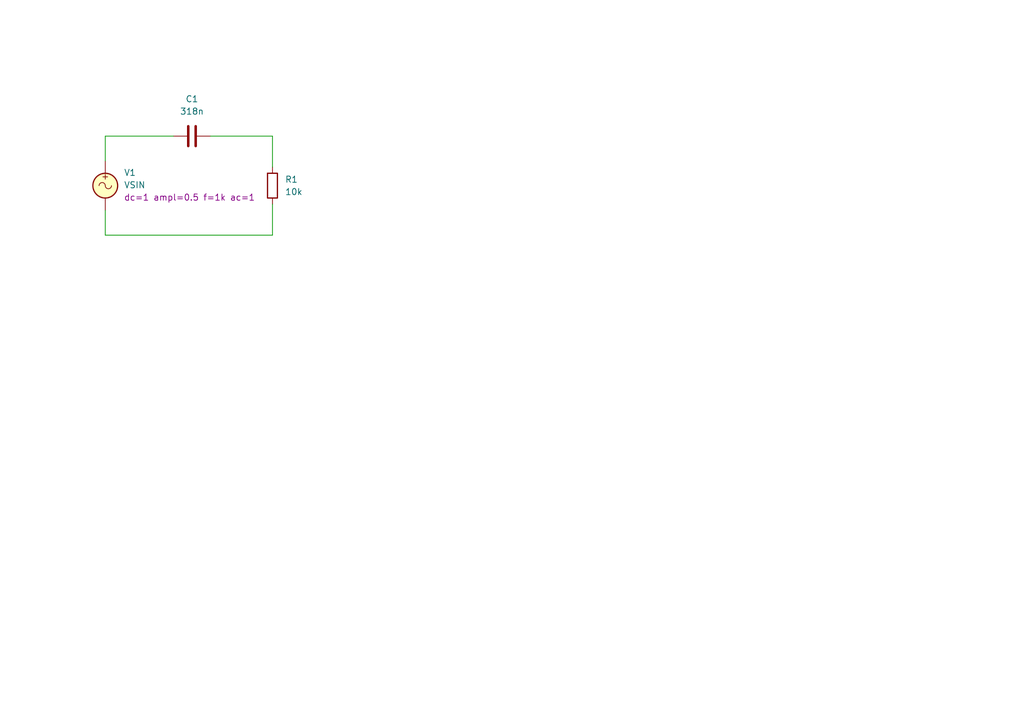
<source format=kicad_sch>
(kicad_sch (version 20250114) (generator "eeschema") (generator_version "9.0")
  (paper "A5")
  (lib_symbols
    (symbol "Device:C" (pin_numbers (hide yes)) (pin_names (offset 0.254))
      (property "Reference" "C" (at 0.635 2.54 0))
      (property "Value" "C" (at 0.635 -2.54 0))
      (symbol "C_0_1"
        (polyline (pts (xy -2.032 0.762) (xy 2.032 0.762)) (stroke (width 0.508)))
        (polyline (pts (xy -2.032 -0.762) (xy 2.032 -0.762)) (stroke (width 0.508)))
      )
      (symbol "C_1_1"
        (pin passive line (at 0 3.81 270) (length 2.794) (name "~") (number "1"))
        (pin passive line (at 0 -3.81 90) (length 2.794) (name "~") (number "2"))
      )
    )
    (symbol "Device:R" (pin_numbers (hide yes)) (pin_names (offset 0))
      (property "Reference" "R" (at 2.032 0 90))
      (property "Value" "R" (at 0 0 90))
      (symbol "R_0_1"
        (rectangle (start -1.016 -2.54) (end 1.016 2.54) (stroke (width 0.254)))
      )
      (symbol "R_1_1"
        (pin passive line (at 0 3.81 270) (length 1.27) (name "~") (number "1"))
        (pin passive line (at 0 -3.81 90) (length 1.27) (name "~") (number "2"))
      )
    )
    (symbol "Simulation_SPICE:VSIN" (pin_numbers (hide yes)) (pin_names (offset 0.0254))
      (property "Reference" "V" (at 2.54 2.54 0))
      (property "Value" "VSIN" (at 2.54 0 0))
      (property "Sim.Params" "dc=0 ampl=1 f=1k ac=1" (at 2.54 -2.54 0))
      (symbol "VSIN_0_0"
        (arc (start -1.27 0) (mid -0.635 0.6323) (end 0 0))
        (arc (start 1.27 0) (mid 0.635 -0.6323) (end 0 0))
        (text "+" (at 0 1.905 0) (effects (font (size 1.27 1.27))))
      )
      (symbol "VSIN_0_1"
        (circle (center 0 0) (radius 2.54) (stroke (width 0.254)) (fill (type background)))
      )
      (symbol "VSIN_1_1"
        (pin passive line (at 0 5.08 270) (length 2.54) (name "~") (number "1"))
        (pin passive line (at 0 -5.08 90) (length 2.54) (name "~") (number "2"))
      )
    )
  )
  (wire (pts (xy 21.59 33.02) (xy 21.59 27.94)))
  (wire (pts (xy 21.59 43.18) (xy 21.59 48.26)))
  (wire (pts (xy 55.88 41.91) (xy 55.88 48.26)))
  (wire (pts (xy 21.59 27.94) (xy 35.56 27.94)))
  (wire (pts (xy 43.18 27.94) (xy 55.88 27.94)))
  (wire (pts (xy 55.88 27.94) (xy 55.88 34.29)))
  (wire (pts (xy 55.88 48.26) (xy 21.59 48.26)))
  (symbol (lib_id "Simulation_SPICE:VSIN") (at 21.59 38.1 0) (unit 1)
    (property "Reference" "V1" (at 25.4 35.4301 0) (effects (justify left)))
    (property "Value" "VSIN" (at 25.4 37.9701 0) (effects (justify left)))
    (property "Datasheet" "https://ngspice.sourceforge.io/docs/ngspice-html-manual/manual.xhtml#sec_Independent_Sources_for" (effects (hide yes)))
    (property "Description" "Voltage source, sinusoidal" (effects (hide yes)))
    (property "Sim.Pins" "1=+ 2=-" (effects (hide yes)))
    (property "Sim.Params" "dc=1 ampl=0.5 f=1k ac=1" (at 25.4 40.5101 0) (effects (justify left)))
    (property "Sim.Type" "SIN" (effects (hide yes)))
    (property "Sim.Device" "V" (effects (hide yes)))
  )
  (symbol (lib_id "Device:C") (at 39.37 27.94 90) (unit 1)
    (property "Reference" "C1" (at 39.37 20.32 90))
    (property "Value" "318n" (at 39.37 22.86 90))
    (property "Description" "Unpolarized capacitor" (effects (hide yes)))
  )
  (symbol (lib_id "Device:R") (at 55.88 38.1 0) (unit 1)
    (property "Reference" "R1" (at 58.42 36.8299 0) (effects (justify left)))
    (property "Value" "10k" (at 58.42 39.3699 0) (effects (justify left)))
    (property "Description" "Resistor" (effects (hide yes)))
  )
)
</source>
